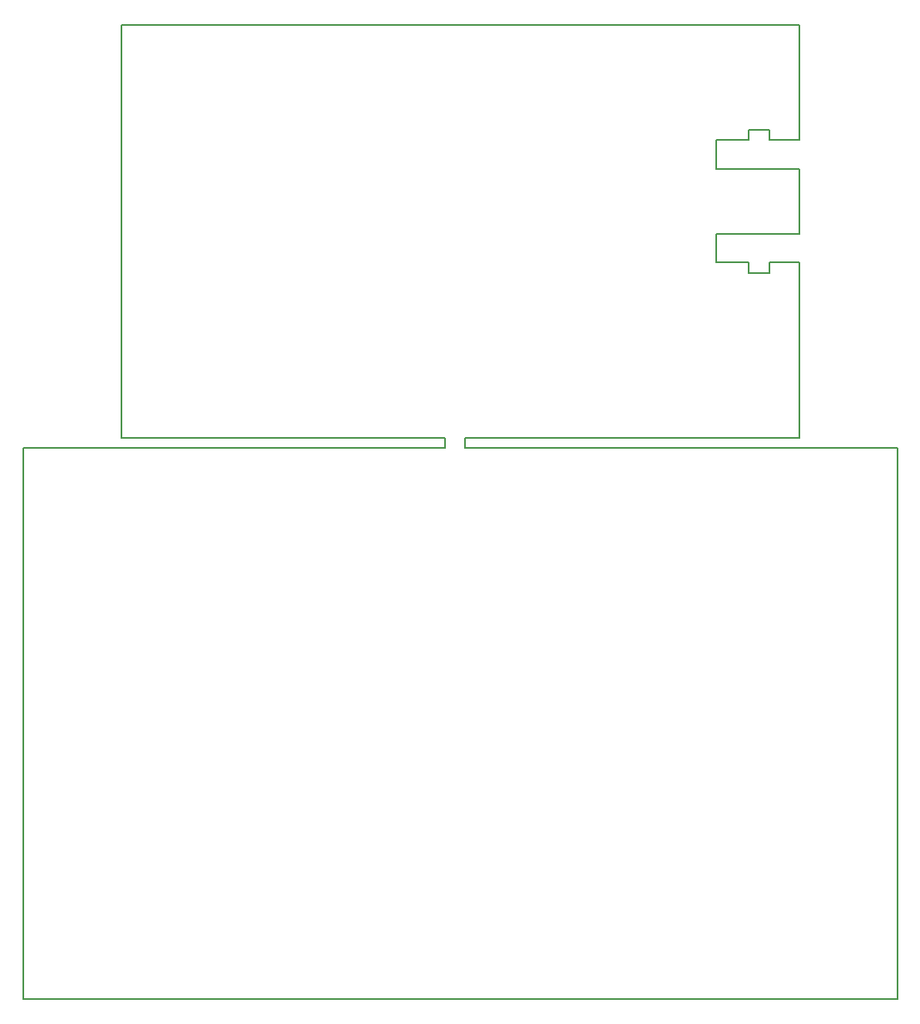
<source format=gbr>
G04 #@! TF.GenerationSoftware,KiCad,Pcbnew,5.1.4-e60b266~84~ubuntu18.04.1*
G04 #@! TF.CreationDate,2019-10-17T22:07:23-04:00*
G04 #@! TF.ProjectId,SmallKat v2,536d616c-6c4b-4617-9420-76322e6b6963,rev?*
G04 #@! TF.SameCoordinates,Original*
G04 #@! TF.FileFunction,Profile,NP*
%FSLAX46Y46*%
G04 Gerber Fmt 4.6, Leading zero omitted, Abs format (unit mm)*
G04 Created by KiCad (PCBNEW 5.1.4-e60b266~84~ubuntu18.04.1) date 2019-10-17 22:07:23*
%MOMM*%
%LPD*%
G04 APERTURE LIST*
%ADD10C,0.200000*%
%ADD11C,0.150000*%
G04 APERTURE END LIST*
D10*
X177952400Y-67995800D02*
X177960000Y-85875000D01*
D11*
X174904400Y-67995800D02*
X177952400Y-67995800D01*
X174904400Y-69088000D02*
X174904400Y-67995800D01*
X172796200Y-69088000D02*
X174904400Y-69088000D01*
X172796200Y-67970400D02*
X172796200Y-69088000D01*
X169545000Y-67970400D02*
X172796200Y-67970400D01*
X169545000Y-65100200D02*
X169545000Y-67970400D01*
X178003200Y-65100200D02*
X169545000Y-65100200D01*
X178003200Y-58496200D02*
X178003200Y-65100200D01*
X169545000Y-58496200D02*
X178003200Y-58496200D01*
X169545000Y-55575200D02*
X169545000Y-58496200D01*
X172796200Y-55575200D02*
X169545000Y-55575200D01*
X172796200Y-54483000D02*
X172796200Y-55575200D01*
X174904400Y-54483000D02*
X172796200Y-54483000D01*
X174904400Y-55575200D02*
X174904400Y-54483000D01*
X177952400Y-55575200D02*
X174904400Y-55575200D01*
X177960000Y-43875000D02*
X177952400Y-55575200D01*
D10*
X108960000Y-85875000D02*
X108960000Y-43875000D01*
X141960000Y-85875000D02*
X108960000Y-85875000D01*
X177960000Y-43875000D02*
X108960000Y-43875000D01*
X143960000Y-85875000D02*
X177960000Y-85875000D01*
X141960000Y-86875000D02*
X141960000Y-85875000D01*
X143960000Y-86875000D02*
X143960000Y-85875000D01*
X143960000Y-86875000D02*
X187960000Y-86875000D01*
X98960000Y-86875000D02*
X141960000Y-86875000D01*
X98960000Y-142875000D02*
X98960000Y-86875000D01*
X187960000Y-142875000D02*
X187960000Y-86875000D01*
X187960000Y-142875000D02*
X98960000Y-142875000D01*
M02*

</source>
